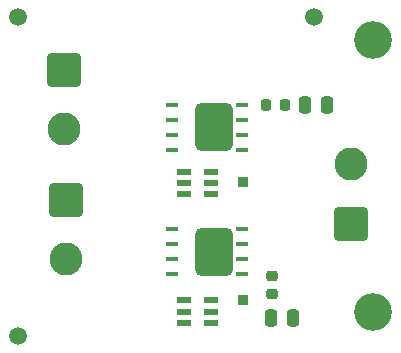
<source format=gbr>
%TF.GenerationSoftware,KiCad,Pcbnew,9.0.6*%
%TF.CreationDate,2026-02-11T21:56:19+01:00*%
%TF.ProjectId,High Side OR ing,48696768-2053-4696-9465-204f5220696e,A*%
%TF.SameCoordinates,Original*%
%TF.FileFunction,Soldermask,Top*%
%TF.FilePolarity,Negative*%
%FSLAX46Y46*%
G04 Gerber Fmt 4.6, Leading zero omitted, Abs format (unit mm)*
G04 Created by KiCad (PCBNEW 9.0.6) date 2026-02-11 21:56:19*
%MOMM*%
%LPD*%
G01*
G04 APERTURE LIST*
G04 Aperture macros list*
%AMRoundRect*
0 Rectangle with rounded corners*
0 $1 Rounding radius*
0 $2 $3 $4 $5 $6 $7 $8 $9 X,Y pos of 4 corners*
0 Add a 4 corners polygon primitive as box body*
4,1,4,$2,$3,$4,$5,$6,$7,$8,$9,$2,$3,0*
0 Add four circle primitives for the rounded corners*
1,1,$1+$1,$2,$3*
1,1,$1+$1,$4,$5*
1,1,$1+$1,$6,$7*
1,1,$1+$1,$8,$9*
0 Add four rect primitives between the rounded corners*
20,1,$1+$1,$2,$3,$4,$5,0*
20,1,$1+$1,$4,$5,$6,$7,0*
20,1,$1+$1,$6,$7,$8,$9,0*
20,1,$1+$1,$8,$9,$2,$3,0*%
G04 Aperture macros list end*
%ADD10R,0.850000X0.850000*%
%ADD11RoundRect,0.225000X0.250000X-0.225000X0.250000X0.225000X-0.250000X0.225000X-0.250000X-0.225000X0*%
%ADD12C,1.500000*%
%ADD13RoundRect,0.250001X-1.149999X1.149999X-1.149999X-1.149999X1.149999X-1.149999X1.149999X1.149999X0*%
%ADD14C,2.800000*%
%ADD15C,3.200000*%
%ADD16R,1.016000X0.457200*%
%ADD17RoundRect,0.472875X-1.103375X-1.544625X1.103375X-1.544625X1.103375X1.544625X-1.103375X1.544625X0*%
%ADD18RoundRect,0.250000X0.250000X0.475000X-0.250000X0.475000X-0.250000X-0.475000X0.250000X-0.475000X0*%
%ADD19R,1.219200X0.533400*%
%ADD20RoundRect,0.250001X1.149999X-1.149999X1.149999X1.149999X-1.149999X1.149999X-1.149999X-1.149999X0*%
%ADD21RoundRect,0.225000X0.225000X0.250000X-0.225000X0.250000X-0.225000X-0.250000X0.225000X-0.250000X0*%
G04 APERTURE END LIST*
D10*
%TO.C,J5*%
X195000000Y-83000000D03*
%TD*%
D11*
%TO.C,R2*%
X197500000Y-92500000D03*
X197500000Y-90950000D03*
%TD*%
D12*
%TO.C,FID2*%
X201000000Y-69000000D03*
%TD*%
D13*
%TO.C,J1*%
X180000000Y-84500000D03*
D14*
X180000000Y-89500000D03*
%TD*%
D13*
%TO.C,J2*%
X179882500Y-73500000D03*
D14*
X179882500Y-78500000D03*
%TD*%
D12*
%TO.C,FID3*%
X176000000Y-69000000D03*
%TD*%
D15*
%TO.C,H2*%
X206000000Y-94000000D03*
%TD*%
D16*
%TO.C,Q1*%
X189000000Y-87000000D03*
X189000000Y-88270000D03*
X189000000Y-89540000D03*
X189000000Y-90810000D03*
X194892800Y-90810000D03*
D17*
X192570150Y-88887500D03*
D16*
X194892800Y-89540000D03*
X194892800Y-88270000D03*
X194892800Y-87000000D03*
%TD*%
D18*
%TO.C,C2*%
X199250000Y-94500000D03*
X197350000Y-94500000D03*
%TD*%
D10*
%TO.C,J4*%
X195000000Y-93000000D03*
%TD*%
D19*
%TO.C,U2*%
X192336800Y-94900002D03*
X192336800Y-93950001D03*
X192336800Y-93000000D03*
X190000000Y-93000000D03*
X190000000Y-93950001D03*
X190000000Y-94900002D03*
%TD*%
D18*
%TO.C,C1*%
X202150000Y-76500000D03*
X200250000Y-76500000D03*
%TD*%
D12*
%TO.C,FID1*%
X176000000Y-96000000D03*
%TD*%
D20*
%TO.C,J3*%
X204117500Y-86500000D03*
D14*
X204117500Y-81500000D03*
%TD*%
D15*
%TO.C,H1*%
X206000000Y-71000000D03*
%TD*%
D21*
%TO.C,R1*%
X198550000Y-76500000D03*
X197000000Y-76500000D03*
%TD*%
D16*
%TO.C,Q2*%
X189000000Y-76460000D03*
X189000000Y-77730000D03*
X189000000Y-79000000D03*
X189000000Y-80270000D03*
X194892800Y-80270000D03*
D17*
X192570150Y-78347500D03*
D16*
X194892800Y-79000000D03*
X194892800Y-77730000D03*
X194892800Y-76460000D03*
%TD*%
D19*
%TO.C,U1*%
X192336800Y-84000000D03*
X192336800Y-83049999D03*
X192336800Y-82099998D03*
X190000000Y-82099998D03*
X190000000Y-83049999D03*
X190000000Y-84000000D03*
%TD*%
M02*

</source>
